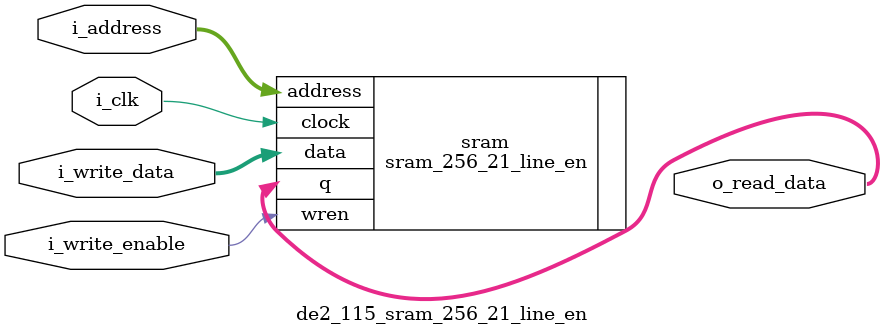
<source format=v>
`timescale 1 ps / 1 ps

module de2_115_sram_256_21_line_en (
	input wire [7:0]i_address,
	input wire i_clk,
	input wire [20:0]i_write_data,
	input wire i_write_enable,
	output wire [20:0]o_read_data
	);
parameter DATA_WIDTH = 21;
parameter INITIALIZE_TO_ZERO = 1;
parameter ADDRESS_WIDTH = 8;

sram_256_21_line_en sram(
	.address(i_address),
	.clock(i_clk),
	.data(i_write_data),
	.wren(i_write_enable),
	.q(o_read_data)
	);
	
endmodule
</source>
